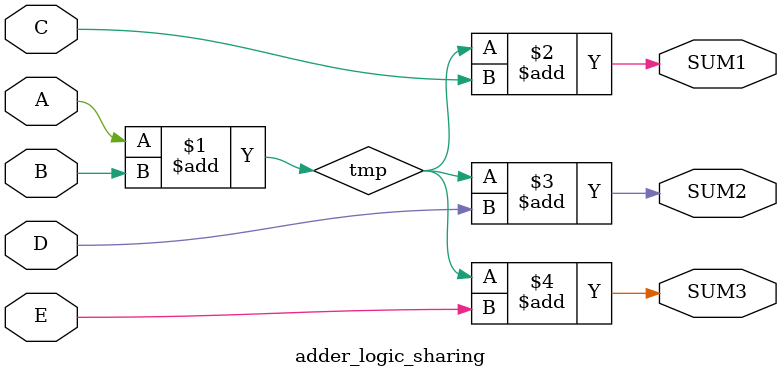
<source format=v>

module adder_logic(
    input A,B,C,D,E,
    output SUM1,SUM2,SUM3
);

    assign SUM1 = A+B+C;
    assign SUM2 = A+B+D;
    assign SUM3 = A+B+E;
endmodule

module adder_logic_sharing(
    input A,B,C,D,E,
    output SUM1,SUM2,SUM3
);
    assign tmp = A+B;
    assign SUM1 = tmp +C;
    assign SUM2 = tmp +D;
    assign SUM3 = tmp +E;
endmodule
</source>
